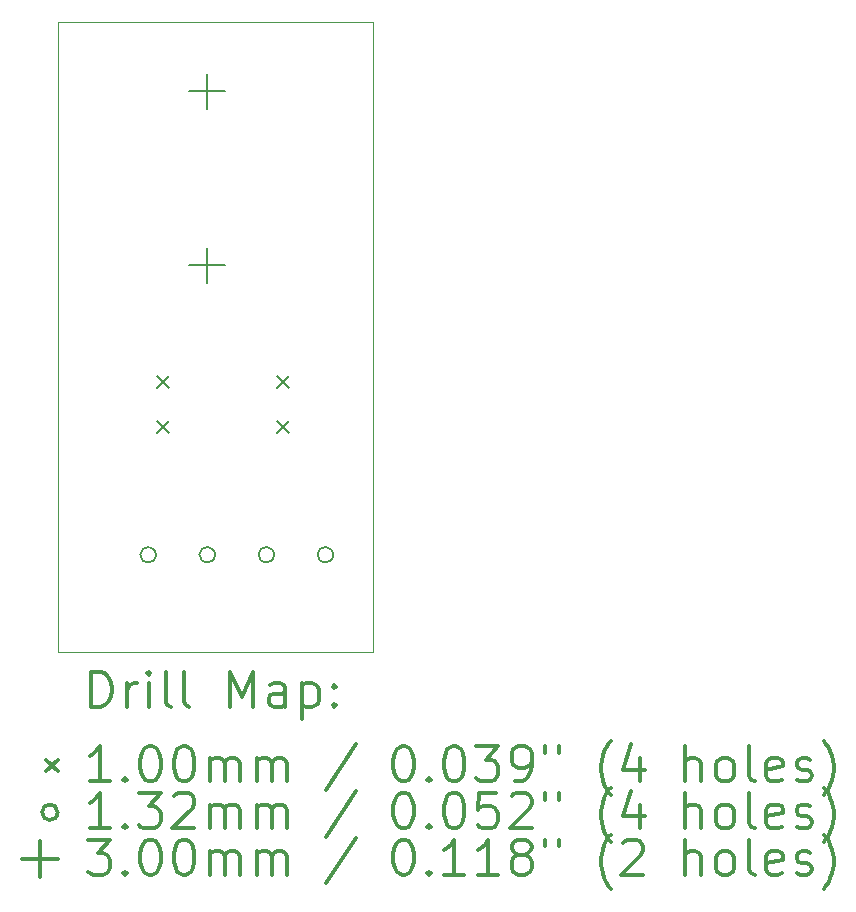
<source format=gbr>
%FSLAX45Y45*%
G04 Gerber Fmt 4.5, Leading zero omitted, Abs format (unit mm)*
G04 Created by KiCad (PCBNEW (5.1.6)-1) date 2020-07-07 10:11:27*
%MOMM*%
%LPD*%
G01*
G04 APERTURE LIST*
%TA.AperFunction,Profile*%
%ADD10C,0.050000*%
%TD*%
%ADD11C,0.200000*%
%ADD12C,0.300000*%
G04 APERTURE END LIST*
D10*
X5842000Y-8509000D02*
X3175000Y-8509000D01*
X5842000Y-3175000D02*
X5842000Y-8509000D01*
X3175000Y-3175000D02*
X5842000Y-3175000D01*
X3175000Y-8509000D02*
X3175000Y-3175000D01*
D11*
X4014000Y-6173000D02*
X4114000Y-6273000D01*
X4114000Y-6173000D02*
X4014000Y-6273000D01*
X5030000Y-6173000D02*
X5130000Y-6273000D01*
X5130000Y-6173000D02*
X5030000Y-6273000D01*
X4014000Y-6554000D02*
X4114000Y-6654000D01*
X4114000Y-6554000D02*
X4014000Y-6654000D01*
X5030000Y-6554000D02*
X5130000Y-6654000D01*
X5130000Y-6554000D02*
X5030000Y-6654000D01*
X4005000Y-7688000D02*
G75*
G03*
X4005000Y-7688000I-66000J0D01*
G01*
X4505000Y-7688000D02*
G75*
G03*
X4505000Y-7688000I-66000J0D01*
G01*
X5005000Y-7688000D02*
G75*
G03*
X5005000Y-7688000I-66000J0D01*
G01*
X5505000Y-7688000D02*
G75*
G03*
X5505000Y-7688000I-66000J0D01*
G01*
X4439000Y-3614000D02*
X4439000Y-3914000D01*
X4289000Y-3764000D02*
X4589000Y-3764000D01*
X4439000Y-5088000D02*
X4439000Y-5388000D01*
X4289000Y-5238000D02*
X4589000Y-5238000D01*
D12*
X3458928Y-8977214D02*
X3458928Y-8677214D01*
X3530357Y-8677214D01*
X3573214Y-8691500D01*
X3601786Y-8720072D01*
X3616071Y-8748643D01*
X3630357Y-8805786D01*
X3630357Y-8848643D01*
X3616071Y-8905786D01*
X3601786Y-8934357D01*
X3573214Y-8962929D01*
X3530357Y-8977214D01*
X3458928Y-8977214D01*
X3758928Y-8977214D02*
X3758928Y-8777214D01*
X3758928Y-8834357D02*
X3773214Y-8805786D01*
X3787500Y-8791500D01*
X3816071Y-8777214D01*
X3844643Y-8777214D01*
X3944643Y-8977214D02*
X3944643Y-8777214D01*
X3944643Y-8677214D02*
X3930357Y-8691500D01*
X3944643Y-8705786D01*
X3958928Y-8691500D01*
X3944643Y-8677214D01*
X3944643Y-8705786D01*
X4130357Y-8977214D02*
X4101786Y-8962929D01*
X4087500Y-8934357D01*
X4087500Y-8677214D01*
X4287500Y-8977214D02*
X4258928Y-8962929D01*
X4244643Y-8934357D01*
X4244643Y-8677214D01*
X4630357Y-8977214D02*
X4630357Y-8677214D01*
X4730357Y-8891500D01*
X4830357Y-8677214D01*
X4830357Y-8977214D01*
X5101786Y-8977214D02*
X5101786Y-8820072D01*
X5087500Y-8791500D01*
X5058928Y-8777214D01*
X5001786Y-8777214D01*
X4973214Y-8791500D01*
X5101786Y-8962929D02*
X5073214Y-8977214D01*
X5001786Y-8977214D01*
X4973214Y-8962929D01*
X4958928Y-8934357D01*
X4958928Y-8905786D01*
X4973214Y-8877214D01*
X5001786Y-8862929D01*
X5073214Y-8862929D01*
X5101786Y-8848643D01*
X5244643Y-8777214D02*
X5244643Y-9077214D01*
X5244643Y-8791500D02*
X5273214Y-8777214D01*
X5330357Y-8777214D01*
X5358928Y-8791500D01*
X5373214Y-8805786D01*
X5387500Y-8834357D01*
X5387500Y-8920072D01*
X5373214Y-8948643D01*
X5358928Y-8962929D01*
X5330357Y-8977214D01*
X5273214Y-8977214D01*
X5244643Y-8962929D01*
X5516071Y-8948643D02*
X5530357Y-8962929D01*
X5516071Y-8977214D01*
X5501786Y-8962929D01*
X5516071Y-8948643D01*
X5516071Y-8977214D01*
X5516071Y-8791500D02*
X5530357Y-8805786D01*
X5516071Y-8820072D01*
X5501786Y-8805786D01*
X5516071Y-8791500D01*
X5516071Y-8820072D01*
X3072500Y-9421500D02*
X3172500Y-9521500D01*
X3172500Y-9421500D02*
X3072500Y-9521500D01*
X3616071Y-9607214D02*
X3444643Y-9607214D01*
X3530357Y-9607214D02*
X3530357Y-9307214D01*
X3501786Y-9350072D01*
X3473214Y-9378643D01*
X3444643Y-9392929D01*
X3744643Y-9578643D02*
X3758928Y-9592929D01*
X3744643Y-9607214D01*
X3730357Y-9592929D01*
X3744643Y-9578643D01*
X3744643Y-9607214D01*
X3944643Y-9307214D02*
X3973214Y-9307214D01*
X4001786Y-9321500D01*
X4016071Y-9335786D01*
X4030357Y-9364357D01*
X4044643Y-9421500D01*
X4044643Y-9492929D01*
X4030357Y-9550072D01*
X4016071Y-9578643D01*
X4001786Y-9592929D01*
X3973214Y-9607214D01*
X3944643Y-9607214D01*
X3916071Y-9592929D01*
X3901786Y-9578643D01*
X3887500Y-9550072D01*
X3873214Y-9492929D01*
X3873214Y-9421500D01*
X3887500Y-9364357D01*
X3901786Y-9335786D01*
X3916071Y-9321500D01*
X3944643Y-9307214D01*
X4230357Y-9307214D02*
X4258928Y-9307214D01*
X4287500Y-9321500D01*
X4301786Y-9335786D01*
X4316071Y-9364357D01*
X4330357Y-9421500D01*
X4330357Y-9492929D01*
X4316071Y-9550072D01*
X4301786Y-9578643D01*
X4287500Y-9592929D01*
X4258928Y-9607214D01*
X4230357Y-9607214D01*
X4201786Y-9592929D01*
X4187500Y-9578643D01*
X4173214Y-9550072D01*
X4158928Y-9492929D01*
X4158928Y-9421500D01*
X4173214Y-9364357D01*
X4187500Y-9335786D01*
X4201786Y-9321500D01*
X4230357Y-9307214D01*
X4458928Y-9607214D02*
X4458928Y-9407214D01*
X4458928Y-9435786D02*
X4473214Y-9421500D01*
X4501786Y-9407214D01*
X4544643Y-9407214D01*
X4573214Y-9421500D01*
X4587500Y-9450072D01*
X4587500Y-9607214D01*
X4587500Y-9450072D02*
X4601786Y-9421500D01*
X4630357Y-9407214D01*
X4673214Y-9407214D01*
X4701786Y-9421500D01*
X4716071Y-9450072D01*
X4716071Y-9607214D01*
X4858928Y-9607214D02*
X4858928Y-9407214D01*
X4858928Y-9435786D02*
X4873214Y-9421500D01*
X4901786Y-9407214D01*
X4944643Y-9407214D01*
X4973214Y-9421500D01*
X4987500Y-9450072D01*
X4987500Y-9607214D01*
X4987500Y-9450072D02*
X5001786Y-9421500D01*
X5030357Y-9407214D01*
X5073214Y-9407214D01*
X5101786Y-9421500D01*
X5116071Y-9450072D01*
X5116071Y-9607214D01*
X5701786Y-9292929D02*
X5444643Y-9678643D01*
X6087500Y-9307214D02*
X6116071Y-9307214D01*
X6144643Y-9321500D01*
X6158928Y-9335786D01*
X6173214Y-9364357D01*
X6187500Y-9421500D01*
X6187500Y-9492929D01*
X6173214Y-9550072D01*
X6158928Y-9578643D01*
X6144643Y-9592929D01*
X6116071Y-9607214D01*
X6087500Y-9607214D01*
X6058928Y-9592929D01*
X6044643Y-9578643D01*
X6030357Y-9550072D01*
X6016071Y-9492929D01*
X6016071Y-9421500D01*
X6030357Y-9364357D01*
X6044643Y-9335786D01*
X6058928Y-9321500D01*
X6087500Y-9307214D01*
X6316071Y-9578643D02*
X6330357Y-9592929D01*
X6316071Y-9607214D01*
X6301786Y-9592929D01*
X6316071Y-9578643D01*
X6316071Y-9607214D01*
X6516071Y-9307214D02*
X6544643Y-9307214D01*
X6573214Y-9321500D01*
X6587500Y-9335786D01*
X6601786Y-9364357D01*
X6616071Y-9421500D01*
X6616071Y-9492929D01*
X6601786Y-9550072D01*
X6587500Y-9578643D01*
X6573214Y-9592929D01*
X6544643Y-9607214D01*
X6516071Y-9607214D01*
X6487500Y-9592929D01*
X6473214Y-9578643D01*
X6458928Y-9550072D01*
X6444643Y-9492929D01*
X6444643Y-9421500D01*
X6458928Y-9364357D01*
X6473214Y-9335786D01*
X6487500Y-9321500D01*
X6516071Y-9307214D01*
X6716071Y-9307214D02*
X6901786Y-9307214D01*
X6801786Y-9421500D01*
X6844643Y-9421500D01*
X6873214Y-9435786D01*
X6887500Y-9450072D01*
X6901786Y-9478643D01*
X6901786Y-9550072D01*
X6887500Y-9578643D01*
X6873214Y-9592929D01*
X6844643Y-9607214D01*
X6758928Y-9607214D01*
X6730357Y-9592929D01*
X6716071Y-9578643D01*
X7044643Y-9607214D02*
X7101786Y-9607214D01*
X7130357Y-9592929D01*
X7144643Y-9578643D01*
X7173214Y-9535786D01*
X7187500Y-9478643D01*
X7187500Y-9364357D01*
X7173214Y-9335786D01*
X7158928Y-9321500D01*
X7130357Y-9307214D01*
X7073214Y-9307214D01*
X7044643Y-9321500D01*
X7030357Y-9335786D01*
X7016071Y-9364357D01*
X7016071Y-9435786D01*
X7030357Y-9464357D01*
X7044643Y-9478643D01*
X7073214Y-9492929D01*
X7130357Y-9492929D01*
X7158928Y-9478643D01*
X7173214Y-9464357D01*
X7187500Y-9435786D01*
X7301786Y-9307214D02*
X7301786Y-9364357D01*
X7416071Y-9307214D02*
X7416071Y-9364357D01*
X7858928Y-9721500D02*
X7844643Y-9707214D01*
X7816071Y-9664357D01*
X7801786Y-9635786D01*
X7787500Y-9592929D01*
X7773214Y-9521500D01*
X7773214Y-9464357D01*
X7787500Y-9392929D01*
X7801786Y-9350072D01*
X7816071Y-9321500D01*
X7844643Y-9278643D01*
X7858928Y-9264357D01*
X8101786Y-9407214D02*
X8101786Y-9607214D01*
X8030357Y-9292929D02*
X7958928Y-9507214D01*
X8144643Y-9507214D01*
X8487500Y-9607214D02*
X8487500Y-9307214D01*
X8616071Y-9607214D02*
X8616071Y-9450072D01*
X8601786Y-9421500D01*
X8573214Y-9407214D01*
X8530357Y-9407214D01*
X8501786Y-9421500D01*
X8487500Y-9435786D01*
X8801786Y-9607214D02*
X8773214Y-9592929D01*
X8758928Y-9578643D01*
X8744643Y-9550072D01*
X8744643Y-9464357D01*
X8758928Y-9435786D01*
X8773214Y-9421500D01*
X8801786Y-9407214D01*
X8844643Y-9407214D01*
X8873214Y-9421500D01*
X8887500Y-9435786D01*
X8901786Y-9464357D01*
X8901786Y-9550072D01*
X8887500Y-9578643D01*
X8873214Y-9592929D01*
X8844643Y-9607214D01*
X8801786Y-9607214D01*
X9073214Y-9607214D02*
X9044643Y-9592929D01*
X9030357Y-9564357D01*
X9030357Y-9307214D01*
X9301786Y-9592929D02*
X9273214Y-9607214D01*
X9216071Y-9607214D01*
X9187500Y-9592929D01*
X9173214Y-9564357D01*
X9173214Y-9450072D01*
X9187500Y-9421500D01*
X9216071Y-9407214D01*
X9273214Y-9407214D01*
X9301786Y-9421500D01*
X9316071Y-9450072D01*
X9316071Y-9478643D01*
X9173214Y-9507214D01*
X9430357Y-9592929D02*
X9458928Y-9607214D01*
X9516071Y-9607214D01*
X9544643Y-9592929D01*
X9558928Y-9564357D01*
X9558928Y-9550072D01*
X9544643Y-9521500D01*
X9516071Y-9507214D01*
X9473214Y-9507214D01*
X9444643Y-9492929D01*
X9430357Y-9464357D01*
X9430357Y-9450072D01*
X9444643Y-9421500D01*
X9473214Y-9407214D01*
X9516071Y-9407214D01*
X9544643Y-9421500D01*
X9658928Y-9721500D02*
X9673214Y-9707214D01*
X9701786Y-9664357D01*
X9716071Y-9635786D01*
X9730357Y-9592929D01*
X9744643Y-9521500D01*
X9744643Y-9464357D01*
X9730357Y-9392929D01*
X9716071Y-9350072D01*
X9701786Y-9321500D01*
X9673214Y-9278643D01*
X9658928Y-9264357D01*
X3172500Y-9867500D02*
G75*
G03*
X3172500Y-9867500I-66000J0D01*
G01*
X3616071Y-10003214D02*
X3444643Y-10003214D01*
X3530357Y-10003214D02*
X3530357Y-9703214D01*
X3501786Y-9746072D01*
X3473214Y-9774643D01*
X3444643Y-9788929D01*
X3744643Y-9974643D02*
X3758928Y-9988929D01*
X3744643Y-10003214D01*
X3730357Y-9988929D01*
X3744643Y-9974643D01*
X3744643Y-10003214D01*
X3858928Y-9703214D02*
X4044643Y-9703214D01*
X3944643Y-9817500D01*
X3987500Y-9817500D01*
X4016071Y-9831786D01*
X4030357Y-9846072D01*
X4044643Y-9874643D01*
X4044643Y-9946072D01*
X4030357Y-9974643D01*
X4016071Y-9988929D01*
X3987500Y-10003214D01*
X3901786Y-10003214D01*
X3873214Y-9988929D01*
X3858928Y-9974643D01*
X4158928Y-9731786D02*
X4173214Y-9717500D01*
X4201786Y-9703214D01*
X4273214Y-9703214D01*
X4301786Y-9717500D01*
X4316071Y-9731786D01*
X4330357Y-9760357D01*
X4330357Y-9788929D01*
X4316071Y-9831786D01*
X4144643Y-10003214D01*
X4330357Y-10003214D01*
X4458928Y-10003214D02*
X4458928Y-9803214D01*
X4458928Y-9831786D02*
X4473214Y-9817500D01*
X4501786Y-9803214D01*
X4544643Y-9803214D01*
X4573214Y-9817500D01*
X4587500Y-9846072D01*
X4587500Y-10003214D01*
X4587500Y-9846072D02*
X4601786Y-9817500D01*
X4630357Y-9803214D01*
X4673214Y-9803214D01*
X4701786Y-9817500D01*
X4716071Y-9846072D01*
X4716071Y-10003214D01*
X4858928Y-10003214D02*
X4858928Y-9803214D01*
X4858928Y-9831786D02*
X4873214Y-9817500D01*
X4901786Y-9803214D01*
X4944643Y-9803214D01*
X4973214Y-9817500D01*
X4987500Y-9846072D01*
X4987500Y-10003214D01*
X4987500Y-9846072D02*
X5001786Y-9817500D01*
X5030357Y-9803214D01*
X5073214Y-9803214D01*
X5101786Y-9817500D01*
X5116071Y-9846072D01*
X5116071Y-10003214D01*
X5701786Y-9688929D02*
X5444643Y-10074643D01*
X6087500Y-9703214D02*
X6116071Y-9703214D01*
X6144643Y-9717500D01*
X6158928Y-9731786D01*
X6173214Y-9760357D01*
X6187500Y-9817500D01*
X6187500Y-9888929D01*
X6173214Y-9946072D01*
X6158928Y-9974643D01*
X6144643Y-9988929D01*
X6116071Y-10003214D01*
X6087500Y-10003214D01*
X6058928Y-9988929D01*
X6044643Y-9974643D01*
X6030357Y-9946072D01*
X6016071Y-9888929D01*
X6016071Y-9817500D01*
X6030357Y-9760357D01*
X6044643Y-9731786D01*
X6058928Y-9717500D01*
X6087500Y-9703214D01*
X6316071Y-9974643D02*
X6330357Y-9988929D01*
X6316071Y-10003214D01*
X6301786Y-9988929D01*
X6316071Y-9974643D01*
X6316071Y-10003214D01*
X6516071Y-9703214D02*
X6544643Y-9703214D01*
X6573214Y-9717500D01*
X6587500Y-9731786D01*
X6601786Y-9760357D01*
X6616071Y-9817500D01*
X6616071Y-9888929D01*
X6601786Y-9946072D01*
X6587500Y-9974643D01*
X6573214Y-9988929D01*
X6544643Y-10003214D01*
X6516071Y-10003214D01*
X6487500Y-9988929D01*
X6473214Y-9974643D01*
X6458928Y-9946072D01*
X6444643Y-9888929D01*
X6444643Y-9817500D01*
X6458928Y-9760357D01*
X6473214Y-9731786D01*
X6487500Y-9717500D01*
X6516071Y-9703214D01*
X6887500Y-9703214D02*
X6744643Y-9703214D01*
X6730357Y-9846072D01*
X6744643Y-9831786D01*
X6773214Y-9817500D01*
X6844643Y-9817500D01*
X6873214Y-9831786D01*
X6887500Y-9846072D01*
X6901786Y-9874643D01*
X6901786Y-9946072D01*
X6887500Y-9974643D01*
X6873214Y-9988929D01*
X6844643Y-10003214D01*
X6773214Y-10003214D01*
X6744643Y-9988929D01*
X6730357Y-9974643D01*
X7016071Y-9731786D02*
X7030357Y-9717500D01*
X7058928Y-9703214D01*
X7130357Y-9703214D01*
X7158928Y-9717500D01*
X7173214Y-9731786D01*
X7187500Y-9760357D01*
X7187500Y-9788929D01*
X7173214Y-9831786D01*
X7001786Y-10003214D01*
X7187500Y-10003214D01*
X7301786Y-9703214D02*
X7301786Y-9760357D01*
X7416071Y-9703214D02*
X7416071Y-9760357D01*
X7858928Y-10117500D02*
X7844643Y-10103214D01*
X7816071Y-10060357D01*
X7801786Y-10031786D01*
X7787500Y-9988929D01*
X7773214Y-9917500D01*
X7773214Y-9860357D01*
X7787500Y-9788929D01*
X7801786Y-9746072D01*
X7816071Y-9717500D01*
X7844643Y-9674643D01*
X7858928Y-9660357D01*
X8101786Y-9803214D02*
X8101786Y-10003214D01*
X8030357Y-9688929D02*
X7958928Y-9903214D01*
X8144643Y-9903214D01*
X8487500Y-10003214D02*
X8487500Y-9703214D01*
X8616071Y-10003214D02*
X8616071Y-9846072D01*
X8601786Y-9817500D01*
X8573214Y-9803214D01*
X8530357Y-9803214D01*
X8501786Y-9817500D01*
X8487500Y-9831786D01*
X8801786Y-10003214D02*
X8773214Y-9988929D01*
X8758928Y-9974643D01*
X8744643Y-9946072D01*
X8744643Y-9860357D01*
X8758928Y-9831786D01*
X8773214Y-9817500D01*
X8801786Y-9803214D01*
X8844643Y-9803214D01*
X8873214Y-9817500D01*
X8887500Y-9831786D01*
X8901786Y-9860357D01*
X8901786Y-9946072D01*
X8887500Y-9974643D01*
X8873214Y-9988929D01*
X8844643Y-10003214D01*
X8801786Y-10003214D01*
X9073214Y-10003214D02*
X9044643Y-9988929D01*
X9030357Y-9960357D01*
X9030357Y-9703214D01*
X9301786Y-9988929D02*
X9273214Y-10003214D01*
X9216071Y-10003214D01*
X9187500Y-9988929D01*
X9173214Y-9960357D01*
X9173214Y-9846072D01*
X9187500Y-9817500D01*
X9216071Y-9803214D01*
X9273214Y-9803214D01*
X9301786Y-9817500D01*
X9316071Y-9846072D01*
X9316071Y-9874643D01*
X9173214Y-9903214D01*
X9430357Y-9988929D02*
X9458928Y-10003214D01*
X9516071Y-10003214D01*
X9544643Y-9988929D01*
X9558928Y-9960357D01*
X9558928Y-9946072D01*
X9544643Y-9917500D01*
X9516071Y-9903214D01*
X9473214Y-9903214D01*
X9444643Y-9888929D01*
X9430357Y-9860357D01*
X9430357Y-9846072D01*
X9444643Y-9817500D01*
X9473214Y-9803214D01*
X9516071Y-9803214D01*
X9544643Y-9817500D01*
X9658928Y-10117500D02*
X9673214Y-10103214D01*
X9701786Y-10060357D01*
X9716071Y-10031786D01*
X9730357Y-9988929D01*
X9744643Y-9917500D01*
X9744643Y-9860357D01*
X9730357Y-9788929D01*
X9716071Y-9746072D01*
X9701786Y-9717500D01*
X9673214Y-9674643D01*
X9658928Y-9660357D01*
X3022500Y-10113500D02*
X3022500Y-10413500D01*
X2872500Y-10263500D02*
X3172500Y-10263500D01*
X3430357Y-10099214D02*
X3616071Y-10099214D01*
X3516071Y-10213500D01*
X3558928Y-10213500D01*
X3587500Y-10227786D01*
X3601786Y-10242072D01*
X3616071Y-10270643D01*
X3616071Y-10342072D01*
X3601786Y-10370643D01*
X3587500Y-10384929D01*
X3558928Y-10399214D01*
X3473214Y-10399214D01*
X3444643Y-10384929D01*
X3430357Y-10370643D01*
X3744643Y-10370643D02*
X3758928Y-10384929D01*
X3744643Y-10399214D01*
X3730357Y-10384929D01*
X3744643Y-10370643D01*
X3744643Y-10399214D01*
X3944643Y-10099214D02*
X3973214Y-10099214D01*
X4001786Y-10113500D01*
X4016071Y-10127786D01*
X4030357Y-10156357D01*
X4044643Y-10213500D01*
X4044643Y-10284929D01*
X4030357Y-10342072D01*
X4016071Y-10370643D01*
X4001786Y-10384929D01*
X3973214Y-10399214D01*
X3944643Y-10399214D01*
X3916071Y-10384929D01*
X3901786Y-10370643D01*
X3887500Y-10342072D01*
X3873214Y-10284929D01*
X3873214Y-10213500D01*
X3887500Y-10156357D01*
X3901786Y-10127786D01*
X3916071Y-10113500D01*
X3944643Y-10099214D01*
X4230357Y-10099214D02*
X4258928Y-10099214D01*
X4287500Y-10113500D01*
X4301786Y-10127786D01*
X4316071Y-10156357D01*
X4330357Y-10213500D01*
X4330357Y-10284929D01*
X4316071Y-10342072D01*
X4301786Y-10370643D01*
X4287500Y-10384929D01*
X4258928Y-10399214D01*
X4230357Y-10399214D01*
X4201786Y-10384929D01*
X4187500Y-10370643D01*
X4173214Y-10342072D01*
X4158928Y-10284929D01*
X4158928Y-10213500D01*
X4173214Y-10156357D01*
X4187500Y-10127786D01*
X4201786Y-10113500D01*
X4230357Y-10099214D01*
X4458928Y-10399214D02*
X4458928Y-10199214D01*
X4458928Y-10227786D02*
X4473214Y-10213500D01*
X4501786Y-10199214D01*
X4544643Y-10199214D01*
X4573214Y-10213500D01*
X4587500Y-10242072D01*
X4587500Y-10399214D01*
X4587500Y-10242072D02*
X4601786Y-10213500D01*
X4630357Y-10199214D01*
X4673214Y-10199214D01*
X4701786Y-10213500D01*
X4716071Y-10242072D01*
X4716071Y-10399214D01*
X4858928Y-10399214D02*
X4858928Y-10199214D01*
X4858928Y-10227786D02*
X4873214Y-10213500D01*
X4901786Y-10199214D01*
X4944643Y-10199214D01*
X4973214Y-10213500D01*
X4987500Y-10242072D01*
X4987500Y-10399214D01*
X4987500Y-10242072D02*
X5001786Y-10213500D01*
X5030357Y-10199214D01*
X5073214Y-10199214D01*
X5101786Y-10213500D01*
X5116071Y-10242072D01*
X5116071Y-10399214D01*
X5701786Y-10084929D02*
X5444643Y-10470643D01*
X6087500Y-10099214D02*
X6116071Y-10099214D01*
X6144643Y-10113500D01*
X6158928Y-10127786D01*
X6173214Y-10156357D01*
X6187500Y-10213500D01*
X6187500Y-10284929D01*
X6173214Y-10342072D01*
X6158928Y-10370643D01*
X6144643Y-10384929D01*
X6116071Y-10399214D01*
X6087500Y-10399214D01*
X6058928Y-10384929D01*
X6044643Y-10370643D01*
X6030357Y-10342072D01*
X6016071Y-10284929D01*
X6016071Y-10213500D01*
X6030357Y-10156357D01*
X6044643Y-10127786D01*
X6058928Y-10113500D01*
X6087500Y-10099214D01*
X6316071Y-10370643D02*
X6330357Y-10384929D01*
X6316071Y-10399214D01*
X6301786Y-10384929D01*
X6316071Y-10370643D01*
X6316071Y-10399214D01*
X6616071Y-10399214D02*
X6444643Y-10399214D01*
X6530357Y-10399214D02*
X6530357Y-10099214D01*
X6501786Y-10142072D01*
X6473214Y-10170643D01*
X6444643Y-10184929D01*
X6901786Y-10399214D02*
X6730357Y-10399214D01*
X6816071Y-10399214D02*
X6816071Y-10099214D01*
X6787500Y-10142072D01*
X6758928Y-10170643D01*
X6730357Y-10184929D01*
X7073214Y-10227786D02*
X7044643Y-10213500D01*
X7030357Y-10199214D01*
X7016071Y-10170643D01*
X7016071Y-10156357D01*
X7030357Y-10127786D01*
X7044643Y-10113500D01*
X7073214Y-10099214D01*
X7130357Y-10099214D01*
X7158928Y-10113500D01*
X7173214Y-10127786D01*
X7187500Y-10156357D01*
X7187500Y-10170643D01*
X7173214Y-10199214D01*
X7158928Y-10213500D01*
X7130357Y-10227786D01*
X7073214Y-10227786D01*
X7044643Y-10242072D01*
X7030357Y-10256357D01*
X7016071Y-10284929D01*
X7016071Y-10342072D01*
X7030357Y-10370643D01*
X7044643Y-10384929D01*
X7073214Y-10399214D01*
X7130357Y-10399214D01*
X7158928Y-10384929D01*
X7173214Y-10370643D01*
X7187500Y-10342072D01*
X7187500Y-10284929D01*
X7173214Y-10256357D01*
X7158928Y-10242072D01*
X7130357Y-10227786D01*
X7301786Y-10099214D02*
X7301786Y-10156357D01*
X7416071Y-10099214D02*
X7416071Y-10156357D01*
X7858928Y-10513500D02*
X7844643Y-10499214D01*
X7816071Y-10456357D01*
X7801786Y-10427786D01*
X7787500Y-10384929D01*
X7773214Y-10313500D01*
X7773214Y-10256357D01*
X7787500Y-10184929D01*
X7801786Y-10142072D01*
X7816071Y-10113500D01*
X7844643Y-10070643D01*
X7858928Y-10056357D01*
X7958928Y-10127786D02*
X7973214Y-10113500D01*
X8001786Y-10099214D01*
X8073214Y-10099214D01*
X8101786Y-10113500D01*
X8116071Y-10127786D01*
X8130357Y-10156357D01*
X8130357Y-10184929D01*
X8116071Y-10227786D01*
X7944643Y-10399214D01*
X8130357Y-10399214D01*
X8487500Y-10399214D02*
X8487500Y-10099214D01*
X8616071Y-10399214D02*
X8616071Y-10242072D01*
X8601786Y-10213500D01*
X8573214Y-10199214D01*
X8530357Y-10199214D01*
X8501786Y-10213500D01*
X8487500Y-10227786D01*
X8801786Y-10399214D02*
X8773214Y-10384929D01*
X8758928Y-10370643D01*
X8744643Y-10342072D01*
X8744643Y-10256357D01*
X8758928Y-10227786D01*
X8773214Y-10213500D01*
X8801786Y-10199214D01*
X8844643Y-10199214D01*
X8873214Y-10213500D01*
X8887500Y-10227786D01*
X8901786Y-10256357D01*
X8901786Y-10342072D01*
X8887500Y-10370643D01*
X8873214Y-10384929D01*
X8844643Y-10399214D01*
X8801786Y-10399214D01*
X9073214Y-10399214D02*
X9044643Y-10384929D01*
X9030357Y-10356357D01*
X9030357Y-10099214D01*
X9301786Y-10384929D02*
X9273214Y-10399214D01*
X9216071Y-10399214D01*
X9187500Y-10384929D01*
X9173214Y-10356357D01*
X9173214Y-10242072D01*
X9187500Y-10213500D01*
X9216071Y-10199214D01*
X9273214Y-10199214D01*
X9301786Y-10213500D01*
X9316071Y-10242072D01*
X9316071Y-10270643D01*
X9173214Y-10299214D01*
X9430357Y-10384929D02*
X9458928Y-10399214D01*
X9516071Y-10399214D01*
X9544643Y-10384929D01*
X9558928Y-10356357D01*
X9558928Y-10342072D01*
X9544643Y-10313500D01*
X9516071Y-10299214D01*
X9473214Y-10299214D01*
X9444643Y-10284929D01*
X9430357Y-10256357D01*
X9430357Y-10242072D01*
X9444643Y-10213500D01*
X9473214Y-10199214D01*
X9516071Y-10199214D01*
X9544643Y-10213500D01*
X9658928Y-10513500D02*
X9673214Y-10499214D01*
X9701786Y-10456357D01*
X9716071Y-10427786D01*
X9730357Y-10384929D01*
X9744643Y-10313500D01*
X9744643Y-10256357D01*
X9730357Y-10184929D01*
X9716071Y-10142072D01*
X9701786Y-10113500D01*
X9673214Y-10070643D01*
X9658928Y-10056357D01*
M02*

</source>
